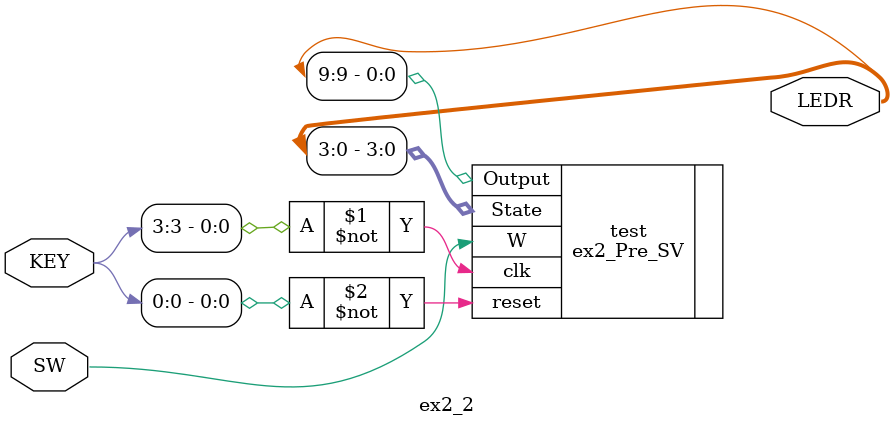
<source format=sv>
module ex2_2 (
		input  logic [3:0] KEY,
		input  logic [0:0] SW,
		output logic [9:0] LEDR
);

ex2_Pre_SV 	test(.clk(~KEY[3]), .reset(~KEY[0]), .W(SW[0]), .State(LEDR[3:0]), .Output(LEDR[9]) );

endmodule
</source>
